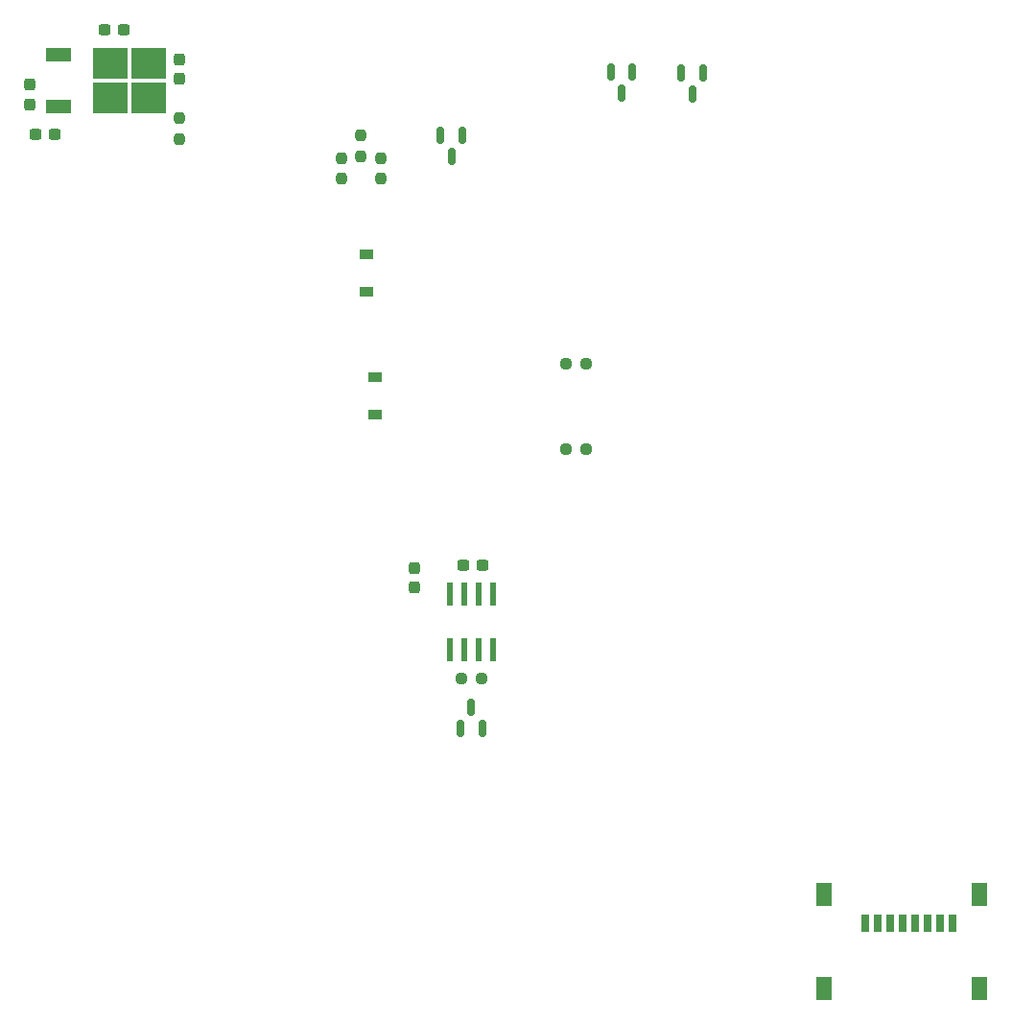
<source format=gbr>
%TF.GenerationSoftware,KiCad,Pcbnew,(6.0.1-0)*%
%TF.CreationDate,2023-02-28T13:23:54-05:00*%
%TF.ProjectId,rear-control-board,72656172-2d63-46f6-9e74-726f6c2d626f,rev?*%
%TF.SameCoordinates,Original*%
%TF.FileFunction,Paste,Top*%
%TF.FilePolarity,Positive*%
%FSLAX46Y46*%
G04 Gerber Fmt 4.6, Leading zero omitted, Abs format (unit mm)*
G04 Created by KiCad (PCBNEW (6.0.1-0)) date 2023-02-28 13:23:54*
%MOMM*%
%LPD*%
G01*
G04 APERTURE LIST*
G04 Aperture macros list*
%AMRoundRect*
0 Rectangle with rounded corners*
0 $1 Rounding radius*
0 $2 $3 $4 $5 $6 $7 $8 $9 X,Y pos of 4 corners*
0 Add a 4 corners polygon primitive as box body*
4,1,4,$2,$3,$4,$5,$6,$7,$8,$9,$2,$3,0*
0 Add four circle primitives for the rounded corners*
1,1,$1+$1,$2,$3*
1,1,$1+$1,$4,$5*
1,1,$1+$1,$6,$7*
1,1,$1+$1,$8,$9*
0 Add four rect primitives between the rounded corners*
20,1,$1+$1,$2,$3,$4,$5,0*
20,1,$1+$1,$4,$5,$6,$7,0*
20,1,$1+$1,$6,$7,$8,$9,0*
20,1,$1+$1,$8,$9,$2,$3,0*%
G04 Aperture macros list end*
%ADD10R,1.200000X0.900000*%
%ADD11R,0.800000X1.500000*%
%ADD12R,1.450000X2.000000*%
%ADD13RoundRect,0.237500X-0.300000X-0.237500X0.300000X-0.237500X0.300000X0.237500X-0.300000X0.237500X0*%
%ADD14RoundRect,0.041300X-0.253700X0.943700X-0.253700X-0.943700X0.253700X-0.943700X0.253700X0.943700X0*%
%ADD15RoundRect,0.237500X-0.237500X0.250000X-0.237500X-0.250000X0.237500X-0.250000X0.237500X0.250000X0*%
%ADD16RoundRect,0.237500X-0.237500X0.287500X-0.237500X-0.287500X0.237500X-0.287500X0.237500X0.287500X0*%
%ADD17RoundRect,0.237500X0.237500X-0.250000X0.237500X0.250000X-0.237500X0.250000X-0.237500X-0.250000X0*%
%ADD18RoundRect,0.237500X0.300000X0.237500X-0.300000X0.237500X-0.300000X-0.237500X0.300000X-0.237500X0*%
%ADD19RoundRect,0.237500X0.237500X-0.300000X0.237500X0.300000X-0.237500X0.300000X-0.237500X-0.300000X0*%
%ADD20RoundRect,0.150000X0.150000X-0.587500X0.150000X0.587500X-0.150000X0.587500X-0.150000X-0.587500X0*%
%ADD21RoundRect,0.237500X0.250000X0.237500X-0.250000X0.237500X-0.250000X-0.237500X0.250000X-0.237500X0*%
%ADD22RoundRect,0.150000X-0.150000X0.587500X-0.150000X-0.587500X0.150000X-0.587500X0.150000X0.587500X0*%
%ADD23R,3.050000X2.750000*%
%ADD24R,2.200000X1.200000*%
G04 APERTURE END LIST*
D10*
%TO.C,D5*%
X141750000Y-110001115D03*
X141750000Y-106701115D03*
%TD*%
D11*
%TO.C,J7*%
X185050000Y-154872500D03*
X186150000Y-154872500D03*
X187250000Y-154872500D03*
X188350000Y-154872500D03*
X189450000Y-154872500D03*
X190550000Y-154872500D03*
X191650000Y-154872500D03*
X192750000Y-154872500D03*
D12*
X181375000Y-160572500D03*
X181375000Y-152272500D03*
X195125000Y-152272500D03*
X195125000Y-160572500D03*
%TD*%
D13*
%TO.C,C12*%
X149525000Y-123250000D03*
X151250000Y-123250000D03*
%TD*%
D14*
%TO.C,U4*%
X152155000Y-125775000D03*
X150885000Y-125775000D03*
X149615000Y-125775000D03*
X148345000Y-125775000D03*
X148345000Y-130725000D03*
X149615000Y-130725000D03*
X150885000Y-130725000D03*
X152155000Y-130725000D03*
%TD*%
D15*
%TO.C,R1*%
X140500000Y-85337500D03*
X140500000Y-87162500D03*
%TD*%
%TO.C,R9*%
X142250000Y-87337500D03*
X142250000Y-89162500D03*
%TD*%
D16*
%TO.C,D1*%
X111250000Y-80850000D03*
X111250000Y-82600000D03*
%TD*%
D17*
%TO.C,R3*%
X138750000Y-89162500D03*
X138750000Y-87337500D03*
%TD*%
D18*
%TO.C,C4*%
X113500000Y-85250000D03*
X111775000Y-85250000D03*
%TD*%
D19*
%TO.C,C8*%
X145250000Y-125225000D03*
X145250000Y-123500000D03*
%TD*%
D10*
%TO.C,D4*%
X141000000Y-99150000D03*
X141000000Y-95850000D03*
%TD*%
D20*
%TO.C,D9*%
X149300000Y-137687500D03*
X151200000Y-137687500D03*
X150250000Y-135812500D03*
%TD*%
D21*
%TO.C,R4*%
X160412500Y-105500000D03*
X158587500Y-105500000D03*
%TD*%
D22*
%TO.C,D6*%
X170700000Y-79812500D03*
X168800000Y-79812500D03*
X169750000Y-81687500D03*
%TD*%
D21*
%TO.C,R6*%
X151162500Y-133250000D03*
X149337500Y-133250000D03*
%TD*%
%TO.C,R7*%
X160412500Y-113000000D03*
X158587500Y-113000000D03*
%TD*%
D13*
%TO.C,C1*%
X117862500Y-75975000D03*
X119587500Y-75975000D03*
%TD*%
D17*
%TO.C,R2*%
X124475000Y-85637500D03*
X124475000Y-83812500D03*
%TD*%
D16*
%TO.C,D8*%
X124475000Y-78600000D03*
X124475000Y-80350000D03*
%TD*%
D22*
%TO.C,Q1*%
X149450000Y-85312500D03*
X147550000Y-85312500D03*
X148500000Y-87187500D03*
%TD*%
D23*
%TO.C,U2*%
X118425000Y-82025000D03*
X121775000Y-78975000D03*
X121775000Y-82025000D03*
X118425000Y-78975000D03*
D24*
X113800000Y-78220000D03*
X113800000Y-82780000D03*
%TD*%
D22*
%TO.C,D2*%
X164450000Y-79750000D03*
X162550000Y-79750000D03*
X163500000Y-81625000D03*
%TD*%
M02*

</source>
